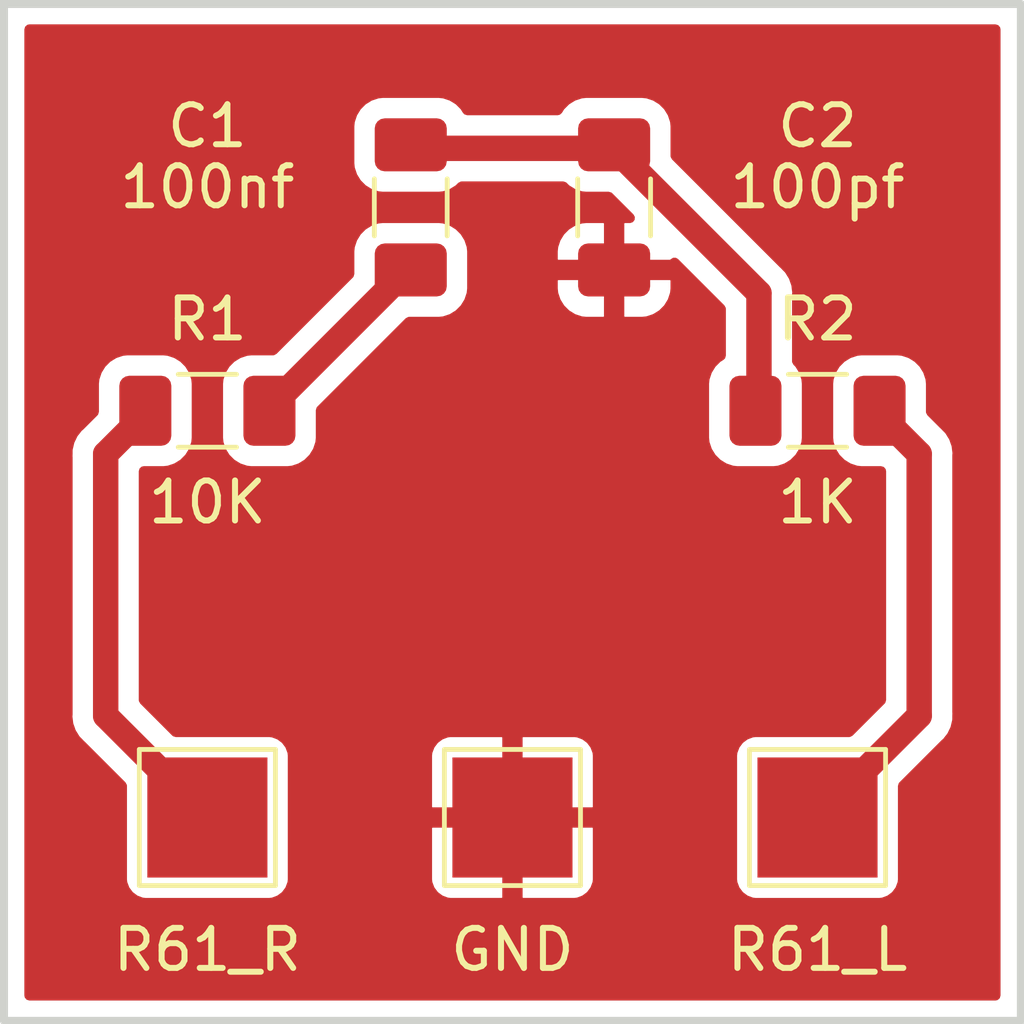
<source format=kicad_pcb>
(kicad_pcb (version 20211014) (generator pcbnew)
  (title_block (title "Model 2 Sega Genesis - KA2195 Composite Video Clock Fix") (date "2022-01-24") (rev "1.0") (company "Clarissa Walker") (comment 1 "crystal oscillator") (comment 2 "Based on Helder's Model 2 Genesis KA2195 Composite Video Clock fix that uses a separate") (comment 3 "Samsung KA2195 video encoders with an incorrect composite video clock") (comment 4 "for Sega Genesis Model 2 consoles with VA0, VA1, VA1.8 revision motherboards that have"))
  (layers (0 "F.Cu" signal) (31 "B.Cu" signal) (34 "B.Paste" user) (35 "F.Paste" user) (36 "B.SilkS" user "B.Silkscreen") (37 "F.SilkS" user "F.Silkscreen") (38 "B.Mask" user) (39 "F.Mask" user) (44 "Edge.Cuts" user))
  (net 0 "")
  (net 1 "R61_R")
  (net 2 "Net-(C1-Pad1)")
  (net 3 "Net-(C1-Pad2)")
  (net 4 "R61_L")
  (net 5 "Earth")
  (footprint "Resistor_SMD:R_1206_3216Metric_Pad1.30x1.75mm_HandSolder" (layer "F.Cu") (at 147.066 103.886)
    (fp_text reference "R2" (at 0 -2.286) (layer "F.SilkS"))
    (fp_text value "1K" (at 0 2.286) (layer "F.SilkS"))
    (fp_line (start -0.727064 -0.91) (end 0.727064 -0.91) (layer "F.SilkS") (width 0.12))
    (fp_line (start -0.727064 0.91) (end 0.727064 0.91) (layer "F.SilkS") (width 0.12))
    (pad "1" smd roundrect (at -1.55 0) (size 1.3 1.75) (layers "F.Cu" "F.Paste" "F.Mask") (roundrect_rratio 0.1923076923) (net 3 "Net-(C1-Pad2)"))
    (pad "2" smd roundrect (at 1.55 0) (size 1.3 1.75) (layers "F.Cu" "F.Paste" "F.Mask") (roundrect_rratio 0.1923076923) (net 4 "R61_L"))
  )
  (footprint "Capacitor_SMD:C_1206_3216Metric_Pad1.33x1.80mm_HandSolder" (layer "F.Cu") (at 141.986 98.806 90)
    (fp_text reference "C2" (at 2.032 5.08 180) (layer "F.SilkS"))
    (fp_text value "100pf" (at 0.508 5.08 180) (layer "F.SilkS"))
    (fp_line (start -0.711252 -0.91) (end 0.711252 -0.91) (layer "F.SilkS") (width 0.12))
    (fp_line (start -0.711252 0.91) (end 0.711252 0.91) (layer "F.SilkS") (width 0.12))
    (pad "1" smd roundrect (at -1.5625 0 90) (size 1.325 1.8) (layers "F.Cu" "F.Paste" "F.Mask") (roundrect_rratio 0.1886792453) (net 5 "Earth"))
    (pad "2" smd roundrect (at 1.5625 0 90) (size 1.325 1.8) (layers "F.Cu" "F.Paste" "F.Mask") (roundrect_rratio 0.1886792453) (net 3 "Net-(C1-Pad2)"))
  )
  (footprint "TestPoint:TestPoint_Pad_3.0x3.0mm" (layer "F.Cu") (at 147.066 114.046)
    (fp_text reference "#PWR0102")
    (fp_text value "+2V5")
    (fp_text user "R61_L" (at 0 3.302) (layer "F.SilkS"))
    (fp_line (start -1.7 1.7) (end -1.7 -1.7) (layer "F.SilkS") (width 0.12))
    (fp_line (start 1.7 1.7) (end -1.7 1.7) (layer "F.SilkS") (width 0.12))
    (fp_line (start -1.7 -1.7) (end 1.7 -1.7) (layer "F.SilkS") (width 0.12))
    (fp_line (start 1.7 -1.7) (end 1.7 1.7) (layer "F.SilkS") (width 0.12))
    (pad "1" smd rect (at 0 0) (size 3 3) (layers "F.Cu" "F.Paste" "F.Mask") (net 4 "R61_L"))
  )
  (footprint "Resistor_SMD:R_1206_3216Metric_Pad1.30x1.75mm_HandSolder" (layer "F.Cu") (at 131.826 103.886)
    (fp_text reference "R1" (at 0 -2.286) (layer "F.SilkS"))
    (fp_text value "10K" (at 0 2.286) (layer "F.SilkS"))
    (fp_line (start -0.727064 0.91) (end 0.727064 0.91) (layer "F.SilkS") (width 0.12))
    (fp_line (start -0.727064 -0.91) (end 0.727064 -0.91) (layer "F.SilkS") (width 0.12))
    (pad "1" smd roundrect (at -1.55 0) (size 1.3 1.75) (layers "F.Cu" "F.Paste" "F.Mask") (roundrect_rratio 0.1923076923) (net 1 "R61_R"))
    (pad "2" smd roundrect (at 1.55 0) (size 1.3 1.75) (layers "F.Cu" "F.Paste" "F.Mask") (roundrect_rratio 0.1923076923) (net 2 "Net-(C1-Pad1)"))
  )
  (footprint "Capacitor_SMD:C_1206_3216Metric_Pad1.33x1.80mm_HandSolder" (layer "F.Cu") (at 136.906 98.806 90)
    (fp_text reference "C1" (at 2.032 -5.08 180) (layer "F.SilkS"))
    (fp_text value "100nf" (at 0.508 -5.08 180) (layer "F.SilkS"))
    (fp_line (start -0.711252 -0.91) (end 0.711252 -0.91) (layer "F.SilkS") (width 0.12))
    (fp_line (start -0.711252 0.91) (end 0.711252 0.91) (layer "F.SilkS") (width 0.12))
    (pad "1" smd roundrect (at -1.5625 0 90) (size 1.325 1.8) (layers "F.Cu" "F.Paste" "F.Mask") (roundrect_rratio 0.1886792453) (net 2 "Net-(C1-Pad1)"))
    (pad "2" smd roundrect (at 1.5625 0 90) (size 1.325 1.8) (layers "F.Cu" "F.Paste" "F.Mask") (roundrect_rratio 0.1886792453) (net 3 "Net-(C1-Pad2)"))
  )
  (footprint "TestPoint:TestPoint_Pad_3.0x3.0mm" (layer "F.Cu") (at 139.446 114.046)
    (fp_text reference "GND")
    (fp_text value "Earth")
    (fp_text user "GND" (at 0 3.302) (layer "F.SilkS"))
    (fp_line (start -1.7 -1.7) (end 1.7 -1.7) (layer "F.SilkS") (width 0.12))
    (fp_line (start 1.7 1.7) (end -1.7 1.7) (layer "F.SilkS") (width 0.12))
    (fp_line (start 1.7 -1.7) (end 1.7 1.7) (layer "F.SilkS") (width 0.12))
    (fp_line (start -1.7 1.7) (end -1.7 -1.7) (layer "F.SilkS") (width 0.12))
    (pad "1" smd rect (at 0 0) (size 3 3) (layers "F.Cu" "F.Paste" "F.Mask") (net 5 "Earth"))
  )
  (footprint "TestPoint:TestPoint_Pad_3.0x3.0mm" (layer "F.Cu") (at 131.826 114.046)
    (fp_text reference "#PWR0103")
    (fp_text value "GND")
    (fp_text user "R61_R" (at 0 3.302) (layer "F.SilkS"))
    (fp_line (start 1.7 1.7) (end -1.7 1.7) (layer "F.SilkS") (width 0.12))
    (fp_line (start 1.7 -1.7) (end 1.7 1.7) (layer "F.SilkS") (width 0.12))
    (fp_line (start -1.7 1.7) (end -1.7 -1.7) (layer "F.SilkS") (width 0.12))
    (fp_line (start -1.7 -1.7) (end 1.7 -1.7) (layer "F.SilkS") (width 0.12))
    (pad "1" smd rect (at 0 0) (size 3 3) (layers "F.Cu" "F.Paste" "F.Mask") (net 1 "R61_R"))
  )
  (gr_rect (start 126.746 93.726) (end 152.146 119.126) (layer "Edge.Cuts") (width 0.2) (fill none))
  (segment (start 131.826 114.046) (end 129.286 111.506) (width 0.635) (layer "F.Cu") (net 1))
  (segment (start 129.286 104.9635) (end 130.3635 103.886) (width 0.635) (layer "F.Cu") (net 1))
  (segment (start 129.286 111.506) (end 129.286 104.9635) (width 0.635) (layer "F.Cu") (net 1))
  (segment (start 133.301 103.886) (end 136.906 100.281) (width 0.635) (layer "F.Cu") (net 2))
  (segment (start 133.2885 103.886) (end 133.301 103.886) (width 0.25) (layer "F.Cu") (net 2))
  (segment (start 145.6035 100.9485) (end 145.6035 103.886) (width 0.635) (layer "F.Cu") (net 3))
  (segment (start 141.986 97.331) (end 145.6035 100.9485) (width 0.635) (layer "F.Cu") (net 3))
  (segment (start 136.906 97.331) (end 141.986 97.331) (width 0.635) (layer "F.Cu") (net 3))
  (segment (start 149.606 111.506) (end 149.606 104.9635) (width 0.635) (layer "F.Cu") (net 4))
  (segment (start 149.606 104.9635) (end 148.5285 103.886) (width 0.635) (layer "F.Cu") (net 4))
  (segment (start 147.066 114.046) (end 149.606 111.506) (width 0.635) (layer "F.Cu") (net 4))
  (zone (net 5) (net_name "Earth") (layers F&B.Cu) (name "Zone Pad") (connect_pads (clearance 0.508)) (min_thickness 0.254) (fill yes (thermal_gap 0.508) (thermal_bridge_width 0.508))
    (polygon (pts (xy 152.146 119.126) (xy 126.746 119.126) (xy 126.746 93.726) (xy 152.146 93.726)))
  )
)
</source>
